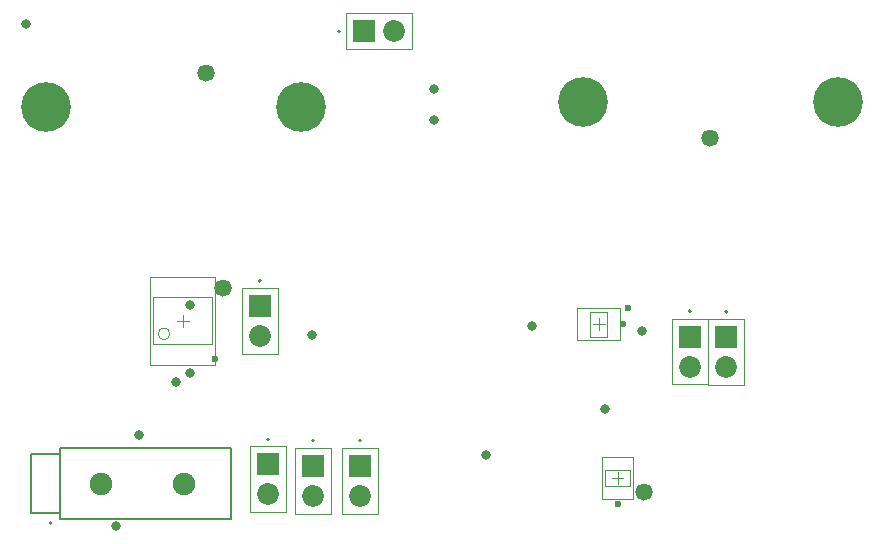
<source format=gbs>
G04*
G04 #@! TF.GenerationSoftware,Altium Limited,Altium Designer,19.1.8 (144)*
G04*
G04 Layer_Color=16711935*
%FSLAX42Y42*%
%MOMM*%
G71*
G01*
G75*
%ADD12C,0.20*%
%ADD13C,0.13*%
%ADD15C,0.10*%
%ADD16C,0.05*%
%ADD26C,1.85*%
%ADD27R,1.85X1.85*%
%ADD28R,1.85X1.85*%
%ADD29C,4.20*%
%ADD30C,1.90*%
%ADD31C,0.60*%
%ADD32C,1.47*%
%ADD33C,0.80*%
D12*
X350Y240D02*
G03*
X350Y240I-10J0D01*
G01*
D02*
G03*
X350Y240I-10J0D01*
G01*
X2790Y4400D02*
G03*
X2790Y4400I-10J0D01*
G01*
D02*
G03*
X2790Y4400I-10J0D01*
G01*
X2120Y2290D02*
G03*
X2120Y2290I-10J0D01*
G01*
D02*
G03*
X2120Y2290I-10J0D01*
G01*
X6070Y2027D02*
G03*
X6070Y2027I-10J0D01*
G01*
D02*
G03*
X6070Y2027I-10J0D01*
G01*
X2970Y937D02*
G03*
X2970Y937I-10J0D01*
G01*
D02*
G03*
X2970Y937I-10J0D01*
G01*
X2570D02*
G03*
X2570Y937I-10J0D01*
G01*
D02*
G03*
X2570Y937I-10J0D01*
G01*
X2190Y947D02*
G03*
X2190Y947I-10J0D01*
G01*
D02*
G03*
X2190Y947I-10J0D01*
G01*
X5760Y2030D02*
G03*
X5760Y2030I-10J0D01*
G01*
D02*
G03*
X5760Y2030I-10J0D01*
G01*
D13*
X170Y320D02*
X420D01*
X170D02*
Y820D01*
X420D01*
Y270D02*
X1870D01*
Y870D01*
X420D02*
X1870D01*
X420Y270D02*
Y870D01*
X170Y320D02*
X420D01*
X170D02*
Y820D01*
X420D01*
Y270D02*
X1870D01*
Y870D01*
X420D02*
X1870D01*
X420Y270D02*
Y870D01*
D15*
X1350Y1840D02*
G03*
X1350Y1840I-50J0D01*
G01*
X1710Y1750D02*
Y2150D01*
X1210Y1750D02*
Y2150D01*
X1710D01*
X1210Y1750D02*
X1710D01*
X4910Y2028D02*
X5050D01*
X4910Y1813D02*
X5050D01*
X4910D02*
Y2028D01*
X5050Y1813D02*
Y2028D01*
X5032Y550D02*
X5247D01*
X5032Y690D02*
X5247D01*
X5032Y550D02*
Y690D01*
X5247Y550D02*
Y690D01*
X1410Y1950D02*
X1510D01*
X1460Y1900D02*
Y2000D01*
X4980Y1870D02*
Y1970D01*
X4930Y1920D02*
X5030D01*
X5140Y570D02*
Y670D01*
X5090Y620D02*
X5190D01*
D16*
X2841Y4248D02*
Y4552D01*
Y4248D02*
X3399D01*
Y4552D01*
X2841D02*
X3399D01*
X1735Y1580D02*
Y2320D01*
X1185Y1580D02*
Y2320D01*
X1735D01*
X1185Y1580D02*
X1735D01*
X1958Y2229D02*
X2262D01*
X1958Y1671D02*
Y2229D01*
Y1671D02*
X2262D01*
Y2229D01*
X4800Y2055D02*
X5160D01*
X4800Y1785D02*
X5160D01*
X4800D02*
Y2055D01*
X5160Y1785D02*
Y2055D01*
X5908Y1966D02*
X6212D01*
X5908Y1408D02*
Y1966D01*
Y1408D02*
X6212D01*
Y1966D01*
X3112Y318D02*
Y876D01*
X2808Y318D02*
X3112D01*
X2808D02*
Y876D01*
X3112D01*
X2712Y318D02*
Y876D01*
X2408Y318D02*
X2712D01*
X2408D02*
Y876D01*
X2712D01*
X2332Y328D02*
Y886D01*
X2028Y328D02*
X2332D01*
X2028D02*
Y886D01*
X2332D01*
X5598Y1969D02*
X5902D01*
X5598Y1411D02*
Y1969D01*
Y1411D02*
X5902D01*
Y1969D01*
X5005Y440D02*
X5275D01*
X5005Y800D02*
X5275D01*
X5005Y440D02*
Y800D01*
X5275Y440D02*
Y800D01*
D26*
X3247Y4400D02*
D03*
X2110Y1823D02*
D03*
X6060Y1560D02*
D03*
X2960Y470D02*
D03*
X2560D02*
D03*
X2180Y480D02*
D03*
X5750Y1563D02*
D03*
D27*
X2993Y4400D02*
D03*
D28*
X2110Y2077D02*
D03*
X6060Y1814D02*
D03*
X2960Y724D02*
D03*
X2560D02*
D03*
X2180Y734D02*
D03*
X5750Y1817D02*
D03*
D29*
X7010Y3800D02*
D03*
X4850D02*
D03*
X300Y3760D02*
D03*
X2460D02*
D03*
D30*
X1470Y570D02*
D03*
X770D02*
D03*
D31*
X5230Y2060D02*
D03*
X5190Y1920D02*
D03*
X1730Y1630D02*
D03*
X5140Y400D02*
D03*
D32*
X5920Y3500D02*
D03*
X5360Y500D02*
D03*
X1800Y2230D02*
D03*
X1660Y4050D02*
D03*
D33*
X1520Y2080D02*
D03*
X5350Y1860D02*
D03*
X3590Y3650D02*
D03*
Y3910D02*
D03*
X4420Y1910D02*
D03*
X2550Y1830D02*
D03*
X1400Y1430D02*
D03*
X5030Y1200D02*
D03*
X4030Y810D02*
D03*
X1090Y980D02*
D03*
X1520Y1510D02*
D03*
X890Y210D02*
D03*
X130Y4460D02*
D03*
M02*

</source>
